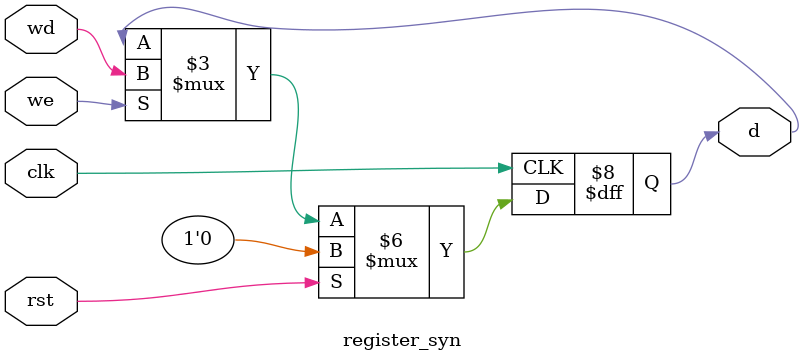
<source format=v>
`timescale 1ns / 1ps

// Í¬²½¸´Î»¼Ä´æÆ÷
module register_asyn #(parameter N = 1)
(
input clk,
input rst,
input [N-1:0] wd,
input we,
output reg [N-1:0] d
);

always @(posedge clk, posedge rst) begin
    if(rst) begin
        d <= 0;
    end
    else if(we) begin
        d <= wd;
    end
end

endmodule

// Òì²½¸´Î»¼Ä´æÆ÷
module register_syn #(parameter N = 1)
(
input clk,
input rst,
input [N-1:0] wd,
input we,
output reg [N-1:0] d
);

initial d = {N{1'b0}};

always @(posedge clk) begin
    if(rst) begin
        d <= 0;
    end
    else if(we) begin
        d <= wd;
    end
end

endmodule
</source>
